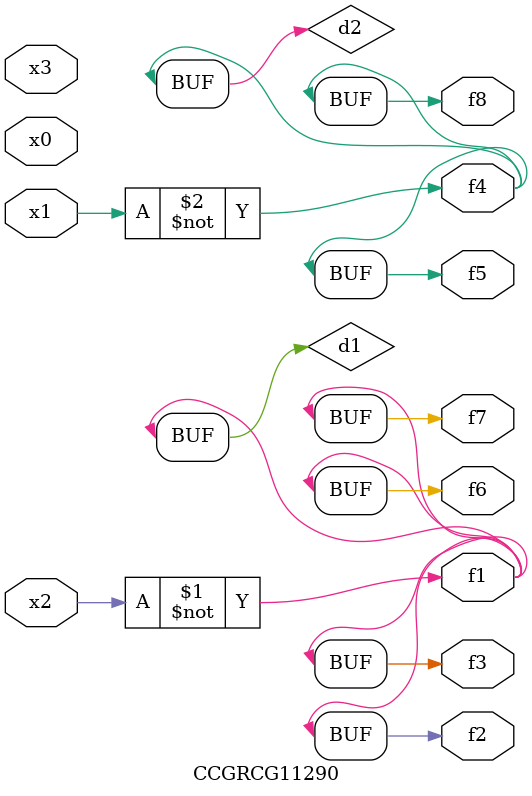
<source format=v>
module CCGRCG11290(
	input x0, x1, x2, x3,
	output f1, f2, f3, f4, f5, f6, f7, f8
);

	wire d1, d2;

	xnor (d1, x2);
	not (d2, x1);
	assign f1 = d1;
	assign f2 = d1;
	assign f3 = d1;
	assign f4 = d2;
	assign f5 = d2;
	assign f6 = d1;
	assign f7 = d1;
	assign f8 = d2;
endmodule

</source>
